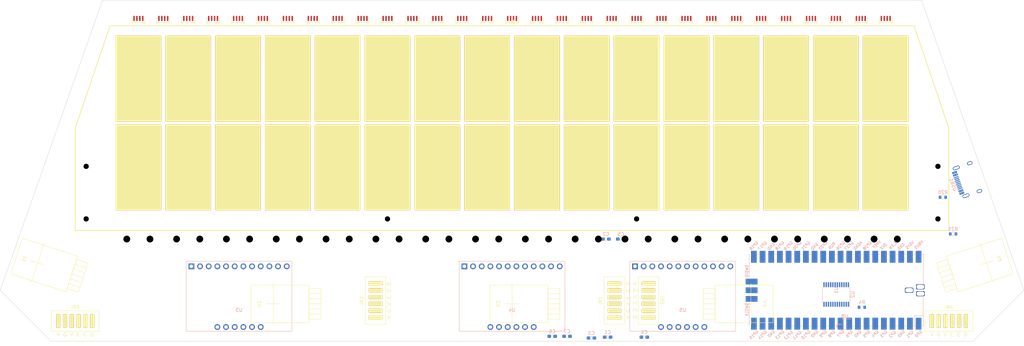
<source format=kicad_pcb>
(kicad_pcb (version 20211014) (generator pcbnew)
  (title_block (title "Chu Pico Main"))
  (layers (0 "F.Cu" signal) (31 "B.Cu" signal) (34 "B.Paste" user) (35 "F.Paste" user) (36 "B.SilkS" user "B.Silkscreen") (37 "F.SilkS" user "F.Silkscreen") (38 "B.Mask" user) (39 "F.Mask" user) (44 "Edge.Cuts" user))
  (net 0 "")
  (net 1 "GND")
  (net 2 "+5V")
  (net 3 "+3V3")
  (net 4 "Net-(R20-Pad1)")
  (net 5 "Net-(R21-Pad1)")
  (net 7 "Net-(U1-PadTP2)")
  (net 8 "Net-(U1-PadTP3)")
  (net 21 "Net-(R4-Pad2)")
  (net 23 "/SCL")
  (net 24 "/SDA")
  (net 26 "/B0")
  (net 48 "Net-(D1-PadI)")
  (net 49 "Net-(K25-Pad1)")
  (net 50 "Net-(K26-Pad1)")
  (net 51 "Net-(K27-Pad1)")
  (net 52 "Net-(K28-Pad1)")
  (net 53 "Net-(K29-Pad1)")
  (net 54 "Net-(K30-Pad1)")
  (net 55 "Net-(K31-Pad1)")
  (net 56 "Net-(K32-Pad1)")
  (net 62 "Net-(K1-Pad1)")
  (net 63 "Net-(K2-Pad1)")
  (net 64 "Net-(K3-Pad1)")
  (net 65 "Net-(K4-Pad1)")
  (net 66 "Net-(K5-Pad1)")
  (net 67 "Net-(K6-Pad1)")
  (net 68 "Net-(K7-Pad1)")
  (net 69 "Net-(K8-Pad1)")
  (net 70 "Net-(K9-Pad1)")
  (net 71 "Net-(K10-Pad1)")
  (net 72 "Net-(K11-Pad1)")
  (net 73 "Net-(K12-Pad1)")
  (net 74 "Net-(K13-Pad1)")
  (net 75 "Net-(K14-Pad1)")
  (net 76 "Net-(K15-Pad1)")
  (net 77 "Net-(K16-Pad1)")
  (net 78 "Net-(K17-Pad1)")
  (net 79 "Net-(K18-Pad1)")
  (net 80 "Net-(K19-Pad1)")
  (net 81 "Net-(K20-Pad1)")
  (net 82 "Net-(K21-Pad1)")
  (net 83 "Net-(K22-Pad1)")
  (net 84 "Net-(K23-Pad1)")
  (net 85 "Net-(K24-Pad1)")
  (net 96 "Net-(IR1-Pad5)")
  (net 97 "Net-(IR1-Pad6)")
  (net 98 "Net-(IR2-Pad5)")
  (net 99 "Net-(IR2-Pad6)")
  (net 100 "Net-(IR3-Pad5)")
  (net 101 "Net-(IR3-Pad6)")
  (net 102 "Net-(IR5-Pad5)")
  (net 103 "Net-(IR5-Pad6)")
  (net 106 "Net-(IR4-Pad5)")
  (net 107 "Net-(IR4-Pad6)")
  (footprint "chu_main:WS2812B-4020" (layer "F.Cu") (at 309.096 63.074 180)
    (fp_text reference "D29")
    (fp_text value "WS2812B_Unified")
    (pad "1" smd roundrect (at 1.275 0.65 180) (size 0.44 1.5) (layers "F.Cu" "F.Paste" "F.Mask"))
    (pad "2" smd roundrect (at 0.425 0.65 180) (size 0.44 1.5) (layers "F.Cu" "F.Paste" "F.Mask"))
    (pad "3" smd roundrect (at -0.425 0.65 180) (size 0.44 1.5) (layers "F.Cu" "F.Paste" "F.Mask"))
    (pad "4" smd roundrect (at -1.275 0.65 180) (size 0.44 1.5) (layers "F.Cu" "F.Paste" "F.Mask"))
  )
  (footprint "chu_main:ChuKeyScrews" (layer "F.Cu") (at 323.696 106.074 180)
    (fp_text reference "K32" hide)
    (fp_text value "Conn_01x01_Female" hide)
    (pad "" np_thru_hole oval (at -3.4 -21 180) (size 2 2) (drill 2.1) (layers *.Mask))
    (pad "" np_thru_hole oval (at 3.4 -21 180) (size 2 2) (drill 2.1) (layers *.Mask))
    (pad "1" smd roundrect (at 0 0 180) (size 13.4 25.2) (layers "F.Cu" "F.SilkS") (roundrect_rratio 0.01923076923) (net 56 "Net-(K32-Pad1)"))
  )
  (footprint "chu_main:WS2812B-4020" (layer "F.Cu") (at 192.296 63.074 180)
    (fp_text reference "D13")
    (fp_text value "WS2812B_Unified")
    (pad "1" smd roundrect (at 1.275 0.65 180) (size 0.44 1.5) (layers "F.Cu" "F.Paste" "F.Mask"))
    (pad "2" smd roundrect (at 0.425 0.65 180) (size 0.44 1.5) (layers "F.Cu" "F.Paste" "F.Mask"))
    (pad "3" smd roundrect (at -0.425 0.65 180) (size 0.44 1.5) (layers "F.Cu" "F.Paste" "F.Mask"))
    (pad "4" smd roundrect (at -1.275 0.65 180) (size 0.44 1.5) (layers "F.Cu" "F.Paste" "F.Mask"))
  )
  (footprint "chu_main:GP2Y0E03_REAL" (layer "F.Cu") (at 144.196 146.074 90)
    (fp_text reference "X2" (at 0 -4 90 unlocked) (layer "F.SilkS"))
    (fp_text value "GP2Y0E03_REAL" hide)
  )
  (footprint "chu_main:GP2Y0E03" (layer "F.Cu") (at 342.196 151.074)
    (fp_text reference "IR4" (at 0 -4 unlocked) (layer "F.SilkS"))
    (fp_text value "Conn_01x06" hide)
    (fp_text user "V G V E C D" (at 0 4 unlocked) (layer "F.SilkS") (effects (font (size 1 1.16))))
    (pad "1" smd roundrect (at -5 0) (size 1.2 4) (layers "F.Cu" "F.SilkS") (roundrect_rratio 0.1666666667) (net 3 "+3V3"))
    (pad "2" smd roundrect (at -3 0) (size 1.2 4) (layers "F.Cu" "F.SilkS") (roundrect_rratio 0.1666666667) (net 1 "GND"))
    (pad "3" smd roundrect (at -1 0) (size 1.2 4) (layers "F.Cu" "F.SilkS") (roundrect_rratio 0.1666666667) (net 3 "+3V3"))
    (pad "4" smd roundrect (at 1 0) (size 1.2 4) (layers "F.Cu" "F.SilkS") (roundrect_rratio 0.1666666667) (net 3 "+3V3"))
    (pad "5" smd roundrect (at 3 0) (size 1.2 4) (layers "F.Cu" "F.SilkS") (roundrect_rratio 0.1666666667) (net 106 "Net-(IR4-Pad5)"))
    (pad "6" smd roundrect (at 5 0) (size 1.2 4) (layers "F.Cu" "F.SilkS") (roundrect_rratio 0.1666666667) (net 107 "Net-(IR4-Pad6)"))
  )
  (footprint "chu_main:WS2812B-4020" (layer "F.Cu") (at 257.996 63.074 180)
    (fp_text reference "D22")
    (fp_text value "WS2812B_Unified")
    (pad "1" smd roundrect (at 1.275 0.65 180) (size 0.44 1.5) (layers "F.Cu" "F.Paste" "F.Mask"))
    (pad "2" smd roundrect (at 0.425 0.65 180) (size 0.44 1.5) (layers "F.Cu" "F.Paste" "F.Mask"))
    (pad "3" smd roundrect (at -0.425 0.65 180) (size 0.44 1.5) (layers "F.Cu" "F.Paste" "F.Mask"))
    (pad "4" smd roundrect (at -1.275 0.65 180) (size 0.44 1.5) (layers "F.Cu" "F.Paste" "F.Mask"))
  )
  (footprint "chu_main:WS2812B-4020" (layer "F.Cu") (at 104.696 63.074 180)
    (fp_text reference "D1")
    (fp_text value "WS2812B_Unified")
    (pad "1" smd roundrect (at 1.275 0.65 180) (size 0.44 1.5) (layers "F.Cu" "F.Paste" "F.Mask"))
    (pad "2" smd roundrect (at 0.425 0.65 180) (size 0.44 1.5) (layers "F.Cu" "F.Paste" "F.Mask"))
    (pad "3" smd roundrect (at -0.425 0.65 180) (size 0.44 1.5) (layers "F.Cu" "F.Paste" "F.Mask"))
    (pad "4" smd roundrect (at -1.275 0.65 180) (size 0.44 1.5) (layers "F.Cu" "F.Paste" "F.Mask"))
  )
  (footprint "chu_main:ChuKeyScrews" (layer "F.Cu") (at 163.096 106.074 180)
    (fp_text reference "K10" hide)
    (fp_text value "Conn_01x01_Female" hide)
    (pad "" np_thru_hole oval (at 3.4 -21 180) (size 2 2) (drill 2.1) (layers *.Mask))
    (pad "" np_thru_hole oval (at -3.4 -21 180) (size 2 2) (drill 2.1) (layers *.Mask))
    (pad "1" smd roundrect (at 0 0 180) (size 13.4 25.2) (layers "F.Cu" "F.SilkS") (roundrect_rratio 0.01923076923) (net 71 "Net-(K10-Pad1)"))
  )
  (footprint "chu_main:ChuKey" (layer "F.Cu") (at 119.296 80.074)
    (fp_text reference "K3" hide)
    (fp_text value "Conn_01x01_Female" hide)
    (pad "1" smd roundrect (at 0 0) (size 13.4 25.2) (layers "F.Cu" "F.SilkS") (roundrect_rratio 0.01923076923) (net 64 "Net-(K3-Pad1)"))
  )
  (footprint "chu_main:WS2812B-4020" (layer "F.Cu") (at 279.896 63.074 180)
    (fp_text reference "D25")
    (fp_text value "WS2812B_Unified")
    (pad "1" smd roundrect (at 1.275 0.65 180) (size 0.44 1.5) (layers "F.Cu" "F.Paste" "F.Mask"))
    (pad "2" smd roundrect (at 0.425 0.65 180) (size 0.44 1.5) (layers "F.Cu" "F.Paste" "F.Mask"))
    (pad "3" smd roundrect (at -0.425 0.65 180) (size 0.44 1.5) (layers "F.Cu" "F.Paste" "F.Mask"))
    (pad "4" smd roundrect (at -1.275 0.65 180) (size 0.44 1.5) (layers "F.Cu" "F.Paste" "F.Mask"))
  )
  (footprint "chu_main:WS2812B-4020" (layer "F.Cu") (at 287.196 63.074 180)
    (fp_text reference "D26")
    (fp_text value "WS2812B_Unified")
    (pad "1" smd roundrect (at 1.275 0.65 180) (size 0.44 1.5) (layers "F.Cu" "F.Paste" "F.Mask"))
    (pad "2" smd roundrect (at 0.425 0.65 180) (size 0.44 1.5) (layers "F.Cu" "F.Paste" "F.Mask"))
    (pad "3" smd roundrect (at -0.425 0.65 180) (size 0.44 1.5) (layers "F.Cu" "F.Paste" "F.Mask"))
    (pad "4" smd roundrect (at -1.275 0.65 180) (size 0.44 1.5) (layers "F.Cu" "F.Paste" "F.Mask"))
  )
  (footprint "chu_main:WS2812B-4020" (layer "F.Cu") (at 111.996 63.074 180)
    (fp_text reference "D2")
    (fp_text value "WS2812B_Unified")
    (pad "1" smd roundrect (at 1.275 0.65 180) (size 0.44 1.5) (layers "F.Cu" "F.Paste" "F.Mask"))
    (pad "2" smd roundrect (at 0.425 0.65 180) (size 0.44 1.5) (layers "F.Cu" "F.Paste" "F.Mask"))
    (pad "3" smd roundrect (at -0.425 0.65 180) (size 0.44 1.5) (layers "F.Cu" "F.Paste" "F.Mask"))
    (pad "4" smd roundrect (at -1.275 0.65 180) (size 0.44 1.5) (layers "F.Cu" "F.Paste" "F.Mask"))
  )
  (footprint "chu_main:WS2812B-4020" (layer "F.Cu") (at 199.596 63.074 180)
    (fp_text reference "D14")
    (fp_text value "WS2812B_Unified")
    (pad "1" smd roundrect (at 1.275 0.65 180) (size 0.44 1.5) (layers "F.Cu" "F.Paste" "F.Mask"))
    (pad "2" smd roundrect (at 0.425 0.65 180) (size 0.44 1.5) (layers "F.Cu" "F.Paste" "F.Mask"))
    (pad "3" smd roundrect (at -0.425 0.65 180) (size 0.44 1.5) (layers "F.Cu" "F.Paste" "F.Mask"))
    (pad "4" smd roundrect (at -1.275 0.65 180) (size 0.44 1.5) (layers "F.Cu" "F.Paste" "F.Mask"))
  )
  (footprint "chu_main:ChuKey" (layer "F.Cu") (at 265.296 80.074)
    (fp_text reference "K23" hide)
    (fp_text value "Conn_01x01_Female" hide)
    (pad "1" smd roundrect (at 0 0) (size 13.4 25.2) (layers "F.Cu" "F.SilkS") (roundrect_rratio 0.01923076923) (net 84 "Net-(K23-Pad1)"))
  )
  (footprint "chu_main:ChuKey" (layer "F.Cu") (at 192.296 80.074)
    (fp_text reference "K13" hide)
    (fp_text value "Conn_01x01_Female" hide)
    (pad "1" smd roundrect (at 0 0) (size 13.4 25.2) (layers "F.Cu" "F.SilkS") (roundrect_rratio 0.01923076923) (net 74 "Net-(K13-Pad1)"))
  )
  (footprint "chu_main:WS2812B-4020" (layer "F.Cu") (at 272.596 63.074 180)
    (fp_text reference "D24")
    (fp_text value "WS2812B_Unified")
    (pad "1" smd roundrect (at 1.275 0.65 180) (size 0.44 1.5) (layers "F.Cu" "F.Paste" "F.Mask"))
    (pad "2" smd roundrect (at 0.425 0.65 180) (size 0.44 1.5) (layers "F.Cu" "F.Paste" "F.Mask"))
    (pad "3" smd roundrect (at -0.425 0.65 180) (size 0.44 1.5) (layers "F.Cu" "F.Paste" "F.Mask"))
    (pad "4" smd roundrect (at -1.275 0.65 180) (size 0.44 1.5) (layers "F.Cu" "F.Paste" "F.Mask"))
  )
  (footprint "chu_main:ChuKey" (layer "F.Cu") (at 104.696 80.074)
    (fp_text reference "K1" hide)
    (fp_text value "Conn_01x01_Female" hide)
    (pad "1" smd roundrect (at 0 0) (size 13.4 25.2) (layers "F.Cu" "F.SilkS") (roundrect_rratio 0.01923076923) (net 62 "Net-(K1-Pad1)"))
  )
  (footprint "chu_main:ChuKeyScrews" (layer "F.Cu") (at 148.496 106.074 180)
    (fp_text reference "K8" hide)
    (fp_text value "Conn_01x01_Female" hide)
    (pad "" np_thru_hole oval (at -3.4 -21 180) (size 2 2) (drill 2.1) (layers *.Mask))
    (pad "" np_thru_hole oval (at 3.4 -21 180) (size 2 2) (drill 2.1) (layers *.Mask))
    (pad "1" smd roundrect (at 0 0 180) (size 13.4 25.2) (layers "F.Cu" "F.SilkS") (roundrect_rratio 0.01923076923) (net 69 "Net-(K8-Pad1)"))
  )
  (footprint "chu_main:WS2812B-4020" (layer "F.Cu") (at 206.896 63.074 180)
    (fp_text reference "D15")
    (fp_text value "WS2812B_Unified")
    (pad "1" smd roundrect (at 1.275 0.65 180) (size 0.44 1.5) (layers "F.Cu" "F.Paste" "F.Mask"))
    (pad "2" smd roundrect (at 0.425 0.65 180) (size 0.44 1.5) (layers "F.Cu" "F.Paste" "F.Mask"))
    (pad "3" smd roundrect (at -0.425 0.65 180) (size 0.44 1.5) (layers "F.Cu" "F.Paste" "F.Mask"))
    (pad "4" smd roundrect (at -1.275 0.65 180) (size 0.44 1.5) (layers "F.Cu" "F.Paste" "F.Mask"))
  )
  (footprint "chu_main:WS2812B-4020" (layer "F.Cu") (at 163.096 63.074 180)
    (fp_text reference "D9")
    (fp_text value "WS2812B_Unified")
    (pad "1" smd roundrect (at 1.275 0.65 180) (size 0.44 1.5) (layers "F.Cu" "F.Paste" "F.Mask"))
    (pad "2" smd roundrect (at 0.425 0.65 180) (size 0.44 1.5) (layers "F.Cu" "F.Paste" "F.Mask"))
    (pad "3" smd roundrect (at -0.425 0.65 180) (size 0.44 1.5) (layers "F.Cu" "F.Paste" "F.Mask"))
    (pad "4" smd roundrect (at -1.275 0.65 180) (size 0.44 1.5) (layers "F.Cu" "F.Paste" "F.Mask"))
  )
  (footprint "chu_main:ChuKeyScrews" (layer "F.Cu") (at 104.696 106.074 180)
    (fp_text reference "K2" hide)
    (fp_text value "Conn_01x01_Female" hide)
    (pad "" np_thru_hole oval (at -3.4 -21 180) (size 2 2) (drill 2.1) (layers *.Mask))
    (pad "" np_thru_hole oval (at 3.4 -21 180) (size 2 2) (drill 2.1) (layers *.Mask))
    (pad "1" smd roundrect (at 0 0 180) (size 13.4 25.2) (layers "F.Cu" "F.SilkS") (roundrect_rratio 0.01923076923) (net 63 "Net-(K2-Pad1)"))
  )
  (footprint "chu_main:WS2812B-4020" (layer "F.Cu") (at 236.096 63.074 180)
    (fp_text reference "D19")
    (fp_text value "WS2812B_Unified")
    (pad "1" smd roundrect (at 1.275 0.65 180) (size 0.44 1.5) (layers "F.Cu" "F.Paste" "F.Mask"))
    (pad "2" smd roundrect (at 0.425 0.65 180) (size 0.44 1.5) (layers "F.Cu" "F.Paste" "F.Mask"))
    (pad "3" smd roundrect (at -0.425 0.65 180) (size 0.44 1.5) (layers "F.Cu" "F.Paste" "F.Mask"))
    (pad "4" smd roundrect (at -1.275 0.65 180) (size 0.44 1.5) (layers "F.Cu" "F.Paste" "F.Mask"))
  )
  (footprint "chu_main:WS2812B-4020" (layer "F.Cu") (at 126.596 63.074 180)
    (fp_text reference "D4")
    (fp_text value "WS2812B_Unified")
    (pad "1" smd roundrect (at 1.275 0.65 180) (size 0.44 1.5) (layers "F.Cu" "F.Paste" "F.Mask"))
    (pad "2" smd roundrect (at 0.425 0.65 180) (size 0.44 1.5) (layers "F.Cu" "F.Paste" "F.Mask"))
    (pad "3" smd roundrect (at -0.425 0.65 180) (size 0.44 1.5) (layers "F.Cu" "F.Paste" "F.Mask"))
    (pad "4" smd roundrect (at -1.275 0.65 180) (size 0.44 1.5) (layers "F.Cu" "F.Paste" "F.Mask"))
  )
  (footprint "chu_main:ChuKey" (layer "F.Cu") (at 163.096 80.074)
    (fp_text reference "K9" hide)
    (fp_text value "Conn_01x01_Female" hide)
    (pad "1" smd roundrect (at 0 0) (size 13.4 25.2) (layers "F.Cu" "F.SilkS") (roundrect_rratio 0.01923076923) (net 70 "Net-(K9-Pad1)"))
  )
  (footprint "chu_main:GP2Y0E03" (layer "F.Cu") (at 86.196 151.074)
    (fp_text reference "IR3" (at 0 -4 unlocked) (layer "F.SilkS"))
    (fp_text value "Conn_01x06" hide)
    (fp_text user "V G V E C D" (at 0 4 unlocked) (layer "F.SilkS") (effects (font (size 1 1.16))))
    (pad "1" smd roundrect (at -5 0) (size 1.2 4) (layers "F.Cu" "F.SilkS") (roundrect_rratio 0.1666666667) (net 3 "+3V3"))
    (pad "2" smd roundrect (at -3 0) (size 1.2 4) (layers "F.Cu" "F.SilkS") (roundrect_rratio 0.1666666667) (net 1 "GND"))
    (pad "3" smd roundrect (at -1 0) (size 1.2 4) (layers "F.Cu" "F.SilkS") (roundrect_rratio 0.1666666667) (net 3 "+3V3"))
    (pad "4" smd roundrect (at 1 0) (size 1.2 4) (layers "F.Cu" "F.SilkS") (roundrect_rratio 0.1666666667) (net 3 "+3V3"))
    (pad "5" smd roundrect (at 3 0) (size 1.2 4) (layers "F.Cu" "F.SilkS") (roundrect_rratio 0.1666666667) (net 100 "Net-(IR3-Pad5)"))
    (pad "6" smd roundrect (at 5 0) (size 1.2 4) (layers "F.Cu" "F.SilkS") (roundrect_rratio 0.1666666667) (net 101 "Net-(IR3-Pad6)"))
  )
  (footprint "chu_main:WS2812B-4020" (layer "F.Cu") (at 148.496 63.074 180)
    (fp_text reference "D7")
    (fp_text value "WS2812B_Unified")
    (pad "1" smd roundrect (at 1.275 0.65 180) (size 0.44 1.5) (layers "F.Cu" "F.Paste" "F.Mask"))
    (pad "2" smd roundrect (at 0.425 0.65 180) (size 0.44 1.5) (layers "F.Cu" "F.Paste" "F.Mask"))
    (pad "3" smd roundrect (at -0.425 0.65 180) (size 0.44 1.5) (layers "F.Cu" "F.Paste" "F.Mask"))
    (pad "4" smd roundrect (at -1.275 0.65 180) (size 0.44 1.5) (layers "F.Cu" "F.Paste" "F.Mask"))
  )
  (footprint "chu_main:ChuKey" (layer "F.Cu") (at 279.896 80.074)
    (fp_text reference "K25" hide)
    (fp_text value "Conn_01x01_Female" hide)
    (pad "1" smd roundrect (at 0 0) (size 13.4 25.2) (layers "F.Cu" "F.SilkS") (roundrect_rratio 0.01923076923) (net 49 "Net-(K25-Pad1)"))
  )
  (footprint "chu_main:WS2812B-4020" (layer "F.Cu") (at 228.796 63.074 180)
    (fp_text reference "D18")
    (fp_text value "WS2812B_Unified")
    (pad "1" smd roundrect (at 1.275 0.65 180) (size 0.44 1.5) (layers "F.Cu" "F.Paste" "F.Mask"))
    (pad "2" smd roundrect (at 0.425 0.65 180) (size 0.44 1.5) (layers "F.Cu" "F.Paste" "F.Mask"))
    (pad "3" smd roundrect (at -0.425 0.65 180) (size 0.44 1.5) (layers "F.Cu" "F.Paste" "F.Mask"))
    (pad "4" smd roundrect (at -1.275 0.65 180) (size 0.44 1.5) (layers "F.Cu" "F.Paste" "F.Mask"))
  )
  (footprint "chu_main:ChuKeyScrews" (layer "F.Cu") (at 309.096 106.074 180)
    (fp_text reference "K30" hide)
    (fp_text value "Conn_01x01_Female" hide)
    (pad "" np_thru_hole oval (at 3.4 -21 180) (size 2 2) (drill 2.1) (layers *.Mask))
    (pad "" np_thru_hole oval (at -3.4 -21 180) (size 2 2) (drill 2.1) (layers *.Mask))
    (pad "1" smd roundrect (at 0 0 180) (size 13.4 25.2) (layers "F.Cu" "F.SilkS") (roundrect_rratio 0.01923076923) (net 54 "Net-(K30-Pad1)"))
  )
  (footprint "chu_main:ChuAcrylic" (layer "F.Cu") (at 214.196 94.574)
    (fp_text reference "U0" (at 0 -31 unlocked) (layer "F.SilkS"))
    (fp_text value "ChuAcrylic")
    (pad "" np_thru_hole circle (at -124.8 26.6) (size 1.524 1.524) (drill 2.2) (layers *.Mask))
    (pad "" np_thru_hole circle (at 124.8 11.2) (size 1.524 1.524) (drill 2.2) (layers *.Mask))
    (pad "" np_thru_hole circle (at -124.8 11.2) (size 1.524 1.524) (drill 2.2) (layers *.Mask))
    (pad "" np_thru_hole circle (at 36.5 26.6) (size 1.524 1.524) (drill 2.2) (layers *.Mask))
    (pad "" np_thru_hole circle (at -36.5 26.6) (size 1.524 1.524) (drill 2.2) (layers *.Mask))
    (pad "" np_thru_hole circle (at 124.8 26.6) (size 1.524 1.524) (drill 2.2) (layers *.Mask))
  )
  (footprint "chu_main:WS2812B-4020" (layer "F.Cu") (at 243.396 63.074 180)
    (fp_text reference "D20")
    (fp_text value "WS2812B_Unified")
    (pad "1" smd roundrect (at 1.275 0.65 180) (size 0.44 1.5) (layers "F.Cu" "F.Paste" "F.Mask"))
    (pad "2" smd roundrect (at 0.425 0.65 180) (size 0.44 1.5) (layers "F.Cu" "F.Paste" "F.Mask"))
    (pad "3" smd roundrect (at -0.425 0.65 180) (size 0.44 1.5) (layers "F.Cu" "F.Paste" "F.Mask"))
    (pad "4" smd roundrect (at -1.275 0.65 180) (size 0.44 1.5) (layers "F.Cu" "F.Paste" "F.Mask"))
  )
  (footprint "chu_main:ChuKey" (layer "F.Cu") (at 250.696 80.074)
    (fp_text reference "K21" hide)
    (fp_text value "Conn_01x01_Female" hide)
    (pad "1" smd roundrect (at 0 0) (size 13.4 25.2) (layers "F.Cu" "F.SilkS") (roundrect_rratio 0.01923076923) (net 82 "Net-(K21-Pad1)"))
  )
  (footprint "chu_main:ChuKeyScrews" (layer "F.Cu") (at 119.296 106.074 180)
    (fp_text reference "K4" hide)
    (fp_text value "Conn_01x01_Female" hide)
    (pad "" np_thru_hole oval (at 3.4 -21 180) (size 2 2) (drill 2.1) (layers *.Mask))
    (pad "" np_thru_hole oval (at -3.4 -21 180) (size 2 2) (drill 2.1) (layers *.Mask))
    (pad "1" smd roundrect (at 0 0 180) (size 13.4 25.2) (layers "F.Cu" "F.SilkS") (roundrect_rratio 0.01923076923) (net 65 "Net-(K4-Pad1)"))
  )
  (footprint "chu_main:ChuKey" (layer "F.Cu") (at 148.496 80.074)
    (fp_text reference "K7" hide)
    (fp_text value "Conn_01x01_Female" hide)
    (pad "1" smd roundrect (at 0 0) (size 13.4 25.2) (layers "F.Cu" "F.SilkS") (roundrect_rratio 0.01923076923) (net 68 "Net-(K7-Pad1)"))
  )
  (footprint "chu_main:ChuKeyScrews" (layer "F.Cu") (at 206.896 106.074 180)
    (fp_text reference "K16" hide)
    (fp_text value "Conn_01x01_Female" hide)
    (pad "" np_thru_hole oval (at -3.4 -21 180) (size 2 2) (drill 2.1) (layers *.Mask))
    (pad "" np_thru_hole oval (at 3.4 -21 180) (size 2 2) (drill 2.1) (layers *.Mask))
    (pad "1" smd roundrect (at 0 0 180) (size 13.4 25.2) (layers "F.Cu" "F.SilkS") (roundrect_rratio 0.01923076923) (net 77 "Net-(K16-Pad1)"))
  )
  (footprint "chu_main:WS2812B-4020" (layer "F.Cu") (at 155.796 63.074 180)
    (fp_text reference "D8")
    (fp_text value "WS2812B_Unified")
    (pad "1" smd roundrect (at 1.275 0.65 180) (size 0.44 1.5) (layers "F.Cu" "F.Paste" "F.Mask"))
    (pad "2" smd roundrect (at 0.425 0.65 180) (size 0.44 1.5) (layers "F.Cu" "F.Paste" "F.Mask"))
    (pad "3" smd roundrect (at -0.425 0.65 180) (size 0.44 1.5) (layers "F.Cu" "F.Paste" "F.Mask"))
    (pad "4" smd roundrect (at -1.275 0.65 180) (size 0.44 1.5) (layers "F.Cu" "F.Paste" "F.Mask"))
  )
  (footprint "chu_main:GP2Y0E03_REAL" (layer "F.Cu") (at 353.196 134.074 -72)
    (fp_text reference "X5" (at 0 -4 -72 unlocked) (layer "F.SilkS"))
    (fp_text value "GP2Y0E03_REAL" hide)
  )
  (footprint "chu_main:WS2812B-4020" (layer "F.Cu") (at 301.796 63.074 180)
    (fp_text reference "D28")
    (fp_text value "WS2812B_Unified")
    (pad "1" smd roundrect (at 1.275 0.65 180) (size 0.44 1.5) (layers "F.Cu" "F.Paste" "F.Mask"))
    (pad "2" smd roundrect (at 0.425 0.65 180) (size 0.44 1.5) (layers "F.Cu" "F.Paste" "F.Mask"))
    (pad "3" smd roundrect (at -0.425 0.65 180) (size 0.44 1.5) (layers "F.Cu" "F.Paste" "F.Mask"))
    (pad "4" smd roundrect (at -1.275 0.65 180) (size 0.44 1.5) (layers "F.Cu" "F.Paste" "F.Mask"))
  )
  (footprint "chu_main:ChuKeyScrews" (layer "F.Cu") (at 265.296 106.074 180)
    (fp_text reference "K24" hide)
    (fp_text value "Conn_01x01_Female" hide)
    (pad "" np_thru_hole oval (at -3.4 -21 180) (size 2 2) (drill 2.1) (layers *.Mask))
    (pad "" np_thru_hole oval (at 3.4 -21 180) (size 2 2) (drill 2.1) (layers *.Mask))
    (pad "1" smd roundrect (at 0 0 180) (size 13.4 25.2) (layers "F.Cu" "F.SilkS") (roundrect_rratio 0.01923076923) (net 85 "Net-(K24-Pad1)"))
  )
  (footprint "chu_main:ChuKeyScrews" (layer "F.Cu") (at 221.496 106.074 180)
    (fp_text reference "K18" hide)
    (fp_text value "Conn_01x01_Female" hide)
    (pad "" np_thru_hole oval (at 3.4 -21 180) (size 2 2) (drill 2.1) (layers *.Mask))
    (pad "" np_thru_hole oval (at -3.4 -21 180) (size 2 2) (drill 2.1) (layers *.Mask))
    (pad "1" smd roundrect (at 0 0 180) (size 13.4 25.2) (layers "F.Cu" "F.SilkS") (roundrect_rratio 0.01923076923) (net 79 "Net-(K18-Pad1)"))
  )
  (footprint "chu_main:ChuKeyScrews" (layer "F.Cu") (at 133.896 106.074 180)
    (fp_text reference "K6" hide)
    (fp_text value "Conn_01x01_Female" hide)
    (pad "" np_thru_hole oval (at -3.4 -21 180) (size 2 2) (drill 2.1) (layers *.Mask))
    (pad "" np_thru_hole oval (at 3.4 -21 180) (size 2 2) (drill 2.1) (layers *.Mask))
    (pad "1" smd roundrect (at 0 0 180) (size 13.4 25.2) (layers "F.Cu" "F.SilkS") (roundrect_rratio 0.01923076923) (net 67 "Net-(K6-Pad1)"))
  )
  (footprint "chu_main:WS2812B-4020" (layer "F.Cu") (at 214.196 63.074 180)
    (fp_text reference "D16")
    (fp_text value "WS2812B_Unified")
    (pad "1" smd roundrect (at 1.275 0.65 180) (size 0.44 1.5) (layers "F.Cu" "F.Paste" "F.Mask"))
    (pad "2" smd roundrect (at 0.425 0.65 180) (size 0.44 1.5) (layers "F.Cu" "F.Paste" "F.Mask"))
    (pad "3" smd roundrect (at -0.425 0.65 180) (size 0.44 1.5) (layers "F.Cu" "F.Paste" "F.Mask"))
    (pad "4" smd roundrect (at -1.275 0.65 180) (size 0.44 1.5) (layers "F.Cu" "F.Paste" "F.Mask"))
  )
  (footprint "chu_main:WS2812B-4020" (layer "F.Cu") (at 133.896 63.074 180)
    (fp_text reference "D5")
    (fp_text value "WS2812B_Unified")
    (pad "1" smd roundrect (at 1.275 0.65 180) (size 0.44 1.5) (layers "F.Cu" "F.Paste" "F.Mask"))
    (pad "2" smd roundrect (at 0.425 0.65 180) (size 0.44 1.5) (layers "F.Cu" "F.Paste" "F.Mask"))
    (pad "3" smd roundrect (at -0.425 0.65 180) (size 0.44 1.5) (layers "F.Cu" "F.Paste" "F.Mask"))
    (pad "4" smd roundrect (at -1.275 0.65 180) (size 0.44 1.5) (layers "F.Cu" "F.Paste" "F.Mask"))
  )
  (footprint "chu_main:WS2812B-4020" (layer "F.Cu") (at 184.996 63.074 180)
    (fp_text reference "D12")
    (fp_text value "WS2812B_Unified")
    (pad "1" smd roundrect (at 1.275 0.65 180) (size 0.44 1.5) (layers "F.Cu" "F.Paste" "F.Mask"))
    (pad "2" smd roundrect (at 0.425 0.65 180) (size 0.44 1.5) (layers "F.Cu" "F.Paste" "F.Mask"))
    (pad "3" smd roundrect (at -0.425 0.65 180) (size 0.44 1.5) (layers "F.Cu" "F.Paste" "F.Mask"))
    (pad "4" smd roundrect (at -1.275 0.65 180) (size 0.44 1.5) (layers "F.Cu" "F.Paste" "F.Mask"))
  )
  (footprint "chu_main:ChuKey" (layer "F.Cu") (at 206.896 80.074)
    (fp_text reference "K15" hide)
    (fp_text value "Conn_01x01_Female" hide)
    (pad "1" smd roundrect (at 0 0) (size 13.4 25.2) (layers "F.Cu" "F.SilkS") (roundrect_rratio 0.01923076923) (net 76 "Net-(K15-Pad1)"))
  )
  (footprint "chu_main:MountingHole_3.2mm_M3" (layer "F.Cu") (at 354.196 144.074)
    (fp_text reference "SCR4" hide)
    (fp_text value "ScrewHole")
    (pad "" np_thru_hole circle (at 0 0) (size 3.2 3.2) (drill 3.2) (layers *.Cu *.Mask))
  )
  (footprint "chu_main:ChuKeyScrews" (layer "F.Cu") (at 236.096 106.074 180)
    (fp_text reference "K20" hide)
    (fp_text value "Conn_01x01_Female" hide)
    (pad "" np_thru_hole oval (at 3.4 -21 180) (size 2 2) (drill 2.1) (layers *.Mask))
    (pad "" np_thru_hole oval (at -3.4 -21 180) (size 2 2) (drill 2.1) (layers *.Mask))
    (pad "1" smd roundrect (at 0 0 180) (size 13.4 25.2) (layers "F.Cu" "F.SilkS") (roundrect_rratio 0.01923076923) (net 81 "Net-(K20-Pad1)"))
  )
  (footprint "chu_main:WS2812B-4020" (layer "F.Cu") (at 170.396 63.074 180)
    (fp_text reference "D10")
    (fp_text value "WS2812B_Unified")
    (pad "1" smd roundrect (at 1.275 0.65 180) (size 0.44 1.5) (layers "F.Cu" "F.Paste" "F.Mask"))
    (pad "2" smd roundrect (at 0.425 0.65 180) (size 0.44 1.5) (layers "F.Cu" "F.Paste" "F.Mask"))
    (pad "3" smd roundrect (at -0.425 0.65 180) (size 0.44 1.5) (layers "F.Cu" "F.Paste" "F.Mask"))
    (pad "4" smd roundrect (at -1.275 0.65 180) (size 0.44 1.5) (layers "F.Cu" "F.Paste" "F.Mask"))
  )
  (footprint "chu_main:GP2Y0E03" (layer "F.Cu") (at 254.196 145.074 -90)
    (fp_text reference "IR5" (at 0 -4 -90 unlocked) (layer "F.SilkS"))
    (fp_text value "Conn_01x06" hide)
    (fp_text user "V G V E C D" (at 0 4 -90 unlocked) (layer "F.SilkS") (effects (font (size 1 1.16))))
    (pad "1" smd roundrect (at -5 0 270) (size 1.2 4) (layers "F.Cu" "F.SilkS") (roundrect_rratio 0.1666666667) (net 3 "+3V3"))
    (pad "2" smd roundrect (at -3 0 270) (size 1.2 4) (layers "F.Cu" "F.SilkS") (roundrect_rratio 0.1666666667) (net 1 "GND"))
    (pad "3" smd roundrect (at -1 0 270) (size 1.2 4) (layers "F.Cu" "F.SilkS") (roundrect_rratio 0.1666666667) (net 3 "+3V3"))
    (pad "4" smd roundrect (at 1 0 270) (size 1.2 4) (layers "F.Cu" "F.SilkS") (roundrect_rratio 0.1666666667) (net 3 "+3V3"))
    (pad "5" smd roundrect (at 3 0 270) (size 1.2 4) (layers "F.Cu" "F.SilkS") (roundrect_rratio 0.1666666667) (net 102 "Net-(IR5-Pad5)"))
    (pad "6" smd roundrect (at 5 0 270) (size 1.2 4) (layers "F.Cu" "F.SilkS") (roundrect_rratio 0.1666666667) (net 103 "Net-(IR5-Pad6)"))
  )
  (footprint "chu_main:ChuKeyScrews" (layer "F.Cu") (at 250.696 106.074 180)
    (fp_text reference "K22" hide)
    (fp_text value "Conn_01x01_Female" hide)
    (pad "" np_thru_hole oval (at -3.4 -21 180) (size 2 2) (drill 2.1) (layers *.Mask))
    (pad "" np_thru_hole oval (at 3.4 -21 180) (size 2 2) (drill 2.1) (layers *.Mask))
    (pad "1" smd roundrect (at 0 0 180) (size 13.4 25.2) (layers "F.Cu" "F.SilkS") (roundrect_rratio 0.01923076923) (net 83 "Net-(K22-Pad1)"))
  )
  (footprint "chu_main:WS2812B-4020" (layer "F.Cu") (at 323.696 63.074 180)
    (fp_text reference "D31")
    (fp_text value "WS2812B_Unified")
    (pad "1" smd roundrect (at 1.275 0.65 180) (size 0.44 1.5) (layers "F.Cu" "F.Paste" "F.Mask"))
    (pad "2" smd roundrect (at 0.425 0.65 180) (size 0.44 1.5) (layers "F.Cu" "F.Paste" "F.Mask"))
    (pad "3" smd roundrect (at -0.425 0.65 180) (size 0.44 1.5) (layers "F.Cu" "F.Paste" "F.Mask"))
    (pad "4" smd roundrect (at -1.275 0.65 180) (size 0.44 1.5) (layers "F.Cu" "F.Paste" "F.Mask"))
  )
  (footprint "chu_main:ChuKey" (layer "F.Cu") (at 133.896 80.074)
    (fp_text reference "K5" hide)
    (fp_text value "Conn_01x01_Female" hide)
    (pad "1" smd roundrect (at 0 0) (size 13.4 25.2) (layers "F.Cu" "F.SilkS") (roundrect_rratio 0.01923076923) (net 66 "Net-(K5-Pad1)"))
  )
  (footprint "chu_main:WS2812B-4020" (layer "F.Cu") (at 250.696 63.074 180)
    (fp_text reference "D21")
    (fp_text value "WS2812B_Unified")
    (pad "1" smd roundrect (at 1.275 0.65 180) (size 0.44 1.5) (layers "F.Cu" "F.Paste" "F.Mask"))
    (pad "2" smd roundrect (at 0.425 0.65 180) (size 0.44 1.5) (layers "F.Cu" "F.Paste" "F.Mask"))
    (pad "3" smd roundrect (at -0.425 0.65 180) (size 0.44 1.5) (layers "F.Cu" "F.Paste" "F.Mask"))
    (pad "4" smd roundrect (at -1.275 0.65 180) (size 0.44 1.5) (layers "F.Cu" "F.Paste" "F.Mask"))
  )
  (footprint "chu_main:WS2812B-4020" (layer "F.Cu") (at 177.696 63.074 180)
    (fp_text reference "D11")
    (fp_text value "WS2812B_Unified")
    (pad "1" smd roundrect (at 1.275 0.65 180) (size 0.44 1.5) (layers "F.Cu" "F.Paste" "F.Mask"))
    (pad "2" smd roundrect (at 0.425 0.65 180) (size 0.44 1.5) (layers "F.Cu" "F.Paste" "F.Mask"))
    (pad "3" smd roundrect (at -0.425 0.65 180) (size 0.44 1.5) (layers "F.Cu" "F.Paste" "F.Mask"))
    (pad "4" smd roundrect (at -1.275 0.65 180) (size 0.44 1.5) (layers "F.Cu" "F.Paste" "F.Mask"))
  )
  (footprint "chu_main:MountingHole_3.2mm_M3" (layer "F.Cu") (at 74.196 144.074)
    (fp_text reference "SCR3" hide)
    (fp_text value "ScrewHole")
    (pad "" np_thru_hole circle (at 0 0) (size 3.2 3.2) (drill 3.2) (layers *.Cu *.Mask))
  )
  (footprint "chu_main:WS2812B-4020" (layer "F.Cu") (at 141.196 63.074 180)
    (fp_text reference "D6")
    (fp_text value "WS2812B_Unified")
    (pad "1" smd roundrect (at 1.275 0.65 180) (size 0.44 1.5) (layers "F.Cu" "F.Paste" "F.Mask"))
    (pad "2" smd roundrect (at 0.425 0.65 180) (size 0.44 1.5) (layers "F.Cu" "F.Paste" "F.Mask"))
    (pad "3" smd roundrect (at -0.425 0.65 180) (size 0.44 1.5) (layers "F.Cu" "F.Paste" "F.Mask"))
    (pad "4" smd roundrect (at -1.275 0.65 180) (size 0.44 1.5) (layers "F.Cu" "F.Paste" "F.Mask"))
  )
  (footprint "chu_main:ChuKeyScrews" (layer "F.Cu") (at 279.896 106.074 180)
    (fp_text reference "K26" hide)
    (fp_text value "Conn_01x01_Female" hide)
    (pad "" np_thru_hole oval (at -3.4 -21 180) (size 2 2) (drill 2.1) (layers *.Mask))
    (pad "" np_thru_hole oval (at 3.4 -21 180) (size 2 2) (drill 2.1) (layers *.Mask))
    (pad "1" smd roundrect (at 0 0 180) (size 13.4 25.2) (layers "F.Cu" "F.SilkS") (roundrect_rratio 0.01923076923) (net 50 "Net-(K26-Pad1)"))
  )
  (footprint "chu_main:GP2Y0E03" (layer "F.Cu") (at 244.196 145.074 90)
    (fp_text reference "IR1" (at 0 -4 90 unlocked) (layer "F.SilkS"))
    (fp_text value "Conn_01x06" hide)
    (fp_text user "V G V E C D" (at 0 4 90 unlocked) (layer "F.SilkS") (effects (font (size 1 1.16))))
    (pad "1" smd roundrect (at -5 0 90) (size 1.2 4) (layers "F.Cu" "F.SilkS") (roundrect_rratio 0.1666666667) (net 3 "+3V3"))
    (pad "2" smd roundrect (at -3 0 90) (size 1.2 4) (layers "F.Cu" "F.SilkS") (roundrect_rratio 0.1666666667) (net 1 "GND"))
    (pad "3" smd roundrect (at -1 0 90) (size 1.2 4) (layers "F.Cu" "F.SilkS") (roundrect_rratio 0.1666666667) (net 3 "+3V3"))
    (pad "4" smd roundrect (at 1 0 90) (size 1.2 4) (layers "F.Cu" "F.SilkS") (roundrect_rratio 0.1666666667) (net 3 "+3V3"))
    (pad "5" smd roundrect (at 3 0 90) (size 1.2 4) (layers "F.Cu" "F.SilkS") (roundrect_rratio 0.1666666667) (net 96 "Net-(IR1-Pad5)"))
    (pad "6" smd roundrect (at 5 0 90) (size 1.2 4) (layers "F.Cu" "F.SilkS") (roundrect_rratio 0.1666666667) (net 97 "Net-(IR1-Pad6)"))
  )
  (footprint "chu_main:ChuKey" (layer "F.Cu") (at 236.096 80.074)
    (fp_text reference "K19" hide)
    (fp_text value "Conn_01x01_Female" hide)
    (pad "1" smd roundrect (at 0 0) (size 13.4 25.2) (layers "F.Cu" "F.SilkS") (roundrect_rratio 0.01923076923) (net 80 "Net-(K19-Pad1)"))
  )
  (footprint "chu_main:ChuKeyScrews" (layer "F.Cu") (at 294.496 106.074 180)
    (fp_text reference "K28" hide)
    (fp_text value "Conn_01x01_Female" hide)
    (pad "" np_thru_hole oval (at 3.4 -21 180) (size 2 2) (drill 2.1) (layers *.Mask))
    (pad "" np_thru_hole oval (at -3.4 -21 180) (size 2 2) (drill 2.1) (layers *.Mask))
    (pad "1" smd roundrect (at 0 0 180) (size 13.4 25.2) (layers "F.Cu" "F.SilkS") (roundrect_rratio 0.01923076923) (net 52 "Net-(K28-Pad1)"))
  )
  (footprint "chu_main:ChuKey" (layer "F.Cu") (at 323.696 80.074)
    (fp_text reference "K31" hide)
    (fp_text value "Conn_01x01_Female" hide)
    (pad "1" smd roundrect (at 0 0) (size 13.4 25.2) (layers "F.Cu" "F.SilkS") (roundrect_rratio 0.01923076923) (net 55 "Net-(K31-Pad1)"))
  )
  (footprint "chu_main:WS2812B-4020" (layer "F.Cu") (at 265.296 63.074 180)
    (fp_text reference "D23")
    (fp_text value "WS2812B_Unified")
    (pad "1" smd roundrect (at 1.275 0.65 180) (size 0.44 1.5) (layers "F.Cu" "F.Paste" "F.Mask"))
    (pad "2" smd roundrect (at 0.425 0.65 180) (size 0.44 1.5) (layers "F.Cu" "F.Paste" "F.Mask"))
    (pad "3" smd roundrect (at -0.425 0.65 180) (size 0.44 1.5) (layers "F.Cu" "F.Paste" "F.Mask"))
    (pad "4" smd roundrect (at -1.275 0.65 180) (size 0.44 1.5) (layers "F.Cu" "F.Paste" "F.Mask"))
  )
  (footprint "chu_main:ChuKeyScrews" (layer "F.Cu") (at 192.296 106.074 180)
    (fp_text reference "K14" hide)
    (fp_text value "Conn_01x01_Female" hide)
    (pad "" np_thru_hole oval (at 3.4 -21 180) (size 2 2) (drill 2.1) (layers *.Mask))
    (pad "" np_thru_hole oval (at -3.4 -21 180) (size 2 2) (drill 2.1) (layers *.Mask))
    (pad "1" smd roundrect (at 0 0 180) (size 13.4 25.2) (layers "F.Cu" "F.SilkS") (roundrect_rratio 0.01923076923) (net 75 "Net-(K14-Pad1)"))
  )
  (footprint "chu_main:GP2Y0E03_REAL" (layer "F.Cu") (at 75.196 134.074 72)
    (fp_text reference "X1" (at 0 -4 72 unlocked) (layer "F.SilkS"))
    (fp_text value "GP2Y0E03_REAL" hide)
  )
  (footprint "chu_main:WS2812B-4020" (layer "F.Cu") (at 294.496 63.074 180)
    (fp_text reference "D27")
    (fp_text value "WS2812B_Unified")
    (pad "1" smd roundrect (at 1.275 0.65 180) (size 0.44 1.5) (layers "F.Cu" "F.Paste" "F.Mask"))
    (pad "2" smd roundrect (at 0.425 0.65 180) (size 0.44 1.5) (layers "F.Cu" "F.Paste" "F.Mask"))
    (pad "3" smd roundrect (at -0.425 0.65 180) (size 0.44 1.5) (layers "F.Cu" "F.Paste" "F.Mask"))
    (pad "4" smd roundrect (at -1.275 0.65 180) (size 0.44 1.5) (layers "F.Cu" "F.Paste" "F.Mask"))
  )
  (footprint "chu_main:GP2Y0E03" (layer "F.Cu") (at 174.196 145.074 90)
    (fp_text reference "IR2" (at 0 -4 90 unlocked) (layer "F.SilkS"))
    (fp_text value "Conn_01x06" hide)
    (fp_text user "V G V E C D" (at 0 4 90 unlocked) (layer "F.SilkS") (effects (font (size 1 1.16))))
    (pad "1" smd roundrect (at -5 0 90) (size 1.2 4) (layers "F.Cu" "F.SilkS") (roundrect_rratio 0.1666666667) (net 3 "+3V3"))
    (pad "2" smd roundrect (at -3 0 90) (size 1.2 4) (layers "F.Cu" "F.SilkS") (roundrect_rratio 0.1666666667) (net 1 "GND"))
    (pad "3" smd roundrect (at -1 0 90) (size 1.2 4) (layers "F.Cu" "F.SilkS") (roundrect_rratio 0.1666666667) (net 3 "+3V3"))
    (pad "4" smd roundrect (at 1 0 90) (size 1.2 4) (layers "F.Cu" "F.SilkS") (roundrect_rratio 0.1666666667) (net 3 "+3V3"))
    (pad "5" smd roundrect (at 3 0 90) (size 1.2 4) (layers "F.Cu" "F.SilkS") (roundrect_rratio 0.1666666667) (net 98 "Net-(IR2-Pad5)"))
    (pad "6" smd roundrect (at 5 0 90) (size 1.2 4) (layers "F.Cu" "F.SilkS") (roundrect_rratio 0.1666666667) (net 99 "Net-(IR2-Pad6)"))
  )
  (footprint "chu_main:WS2812B-4020" (layer "F.Cu") (at 119.296 63.074 180)
    (fp_text reference "D3")
    (fp_text value "WS2812B_Unified")
    (pad "1" smd roundrect (at 1.275 0.65 180) (size 0.44 1.5) (layers "F.Cu" "F.Paste" "F.Mask"))
    (pad "2" smd roundrect (at 0.425 0.65 180) (size 0.44 1.5) (layers "F.Cu" "F.Paste" "F.Mask"))
    (pad "3" smd roundrect (at -0.425 0.65 180) (size 0.44 1.5) (layers "F.Cu" "F.Paste" "F.Mask"))
    (pad "4" smd roundrect (at -1.275 0.65 180) (size 0.44 1.5) (layers "F.Cu" "F.Paste" "F.Mask"))
  )
  (footprint "chu_main:ChuKey" (layer "F.Cu") (at 177.696 80.074)
    (fp_text reference "K11" hide)
    (fp_text value "Conn_01x01_Female" hide)
    (pad "1" smd roundrect (at 0 0) (size 13.4 25.2) (layers "F.Cu" "F.SilkS") (roundrect_rratio 0.01923076923) (net 72 "Net-(K11-Pad1)"))
  )
  (footprint "chu_main:ChuKey" (layer "F.Cu") (at 309.096 80.074)
    (fp_text reference "K29" hide)
    (fp_text value "Conn_01x01_Female" hide)
    (pad "1" smd roundrect (at 0 0) (size 13.4 25.2) (layers "F.Cu" "F.SilkS") (roundrect_rratio 0.01923076923) (net 53 "Net-(K29-Pad1)"))
  )
  (footprint "chu_main:MountingHole_3.2mm_M3" (layer "F.Cu") (at 331.196 61.074)
    (fp_text reference "SCR2" hide)
    (fp_text value "ScrewHole")
    (pad "" np_thru_hole circle (at 0 0) (size 3.2 3.2) (drill 3.2) (layers *.Cu *.Mask))
  )
  (footprint "chu_main:GP2Y0E03_REAL" (layer "F.Cu") (at 284.196 146.074 -90)
    (fp_text reference "X4" (at 0 -4 -90 unlocked) (layer "F.SilkS"))
    (fp_text value "GP2Y0E03_REAL" hide)
  )
  (footprint "chu_main:ChuKeyScrews" (layer "F.Cu") (at 177.696 106.074 180)
    (fp_text reference "K12" hide)
    (fp_text value "Conn_01x01_Female" hide)
    (pad "" np_thru_hole oval (at 3.4 -21 180) (size 2 2) (drill 2.1) (layers *.Mask))
    (pad "" np_thru_hole oval (at -3.4 -21 180) (size 2 2) (drill 2.1) (layers *.Mask))
    (pad "1" smd roundrect (at 0 0 180) (size 13.4 25.2) (layers "F.Cu" "F.SilkS") (roundrect_rratio 0.01923076923) (net 73 "Net-(K12-Pad1)"))
  )
  (footprint "chu_main:GP2Y0E03_REAL" (layer "F.Cu") (at 214.196 146.074 90)
    (fp_text reference "X3" (at 0 -4 90 unlocked) (layer "F.SilkS"))
    (fp_text value "GP2Y0E03_REAL" hide)
  )
  (footprint "chu_main:WS2812B-4020" (layer "F.Cu") (at 221.496 63.074 180)
    (fp_text reference "D17")
    (fp_text value "WS2812B_Unified")
    (pad "1" smd roundrect (at 1.275 0.65 180) (size 0.44 1.5) (layers "F.Cu" "F.Paste" "F.Mask"))
    (pad "2" smd roundrect (at 0.425 0.65 180) (size 0.44 1.5) (layers "F.Cu" "F.Paste" "F.Mask"))
    (pad "3" smd roundrect (at -0.425 0.65 180) (size 0.44 1.5) (layers "F.Cu" "F.Paste" "F.Mask"))
    (pad "4" smd roundrect (at -1.275 0.65 180) (size 0.44 1.5) (layers "F.Cu" "F.Paste" "F.Mask"))
  )
  (footprint "chu_main:ChuKey" (layer "F.Cu") (at 294.496 80.074)
    (fp_text reference "K27" hide)
    (fp_text value "Conn_01x01_Female" hide)
    (pad "1" smd roundrect (at 0 0) (size 13.4 25.2) (layers "F.Cu" "F.SilkS") (roundrect_rratio 0.01923076923) (net 51 "Net-(K27-Pad1)"))
  )
  (footprint "chu_main:MountingHole_3.2mm_M3" (layer "F.Cu") (at 97.196 61.074)
    (fp_text reference "SCR1" hide)
    (fp_text value "ScrewHole")
    (pad "" np_thru_hole circle (at 0 0) (size 3.2 3.2) (drill 3.2) (layers *.Cu *.Mask))
  )
  (footprint "chu_main:WS2812B-4020" (layer "F.Cu") (at 316.396 63.074 180)
    (fp_text reference "D30")
    (fp_text value "WS2812B_Unified")
    (pad "1" smd roundrect (at 1.275 0.65 180) (size 0.44 1.5) (layers "F.Cu" "F.Paste" "F.Mask"))
    (pad "2" smd roundrect (at 0.425 0.65 180) (size 0.44 1.5) (layers "F.Cu" "F.Paste" "F.Mask"))
    (pad "3" smd roundrect (at -0.425 0.65 180) (size 0.44 1.5) (layers "F.Cu" "F.Paste" "F.Mask"))
    (pad "4" smd roundrect (at -1.275 0.65 180) (size 0.44 1.5) (layers "F.Cu" "F.Paste" "F.Mask"))
  )
  (footprint "chu_main:ChuKey" (layer "F.Cu") (at 221.496 80.074)
    (fp_text reference "K17" hide)
    (fp_text value "Conn_01x01_Female" hide)
    (pad "1" smd roundrect (at 0 0) (size 13.4 25.2) (layers "F.Cu" "F.SilkS") (roundrect_rratio 0.01923076923) (net 78 "Net-(K17-Pad1)"))
  )
  (footprint "chu_main:MPR121_BOARD" (layer "B.Cu") (at 134.196 135.074)
    (fp_text reference "U3" (at 0 12.8) (layer "B.SilkS") (effects (justify mirror)))
    (fp_text value "MPR121QR2_BOARD")
    (pad "1" thru_hole oval (at 3.81 17.78 270) (size 1.7 1.7) (drill 1) (layers *.Cu *.Mask))
    (pad "2" thru_hole oval (at 1.27 17.78 270) (size 1.7 1.7) (drill 1) (layers *.Cu *.Mask) (net 23 "/SCL"))
    (pad "3" thru_hole oval (at -1.27 17.78 270) (size 1.7 1.7) (drill 1) (layers *.Cu *.Mask) (net 24 "/SDA"))
    (pad "4" thru_hole oval (at -3.81 17.78 270) (size 1.7 1.7) (drill 1) (layers *.Cu *.Mask) (net 1 "GND"))
    (pad "6" thru_hole oval (at -6.35 17.78 270) (size 1.7 1.7) (drill 1) (layers *.Cu *.Mask) (net 1 "GND"))
    (pad "8" thru_hole rect (at -13.97 0 270) (size 1.7 1.7) (drill 1) (layers *.Cu *.Mask) (net 62 "Net-(K1-Pad1)"))
    (pad "9" thru_hole oval (at -11.43 0 270) (size 1.7 1.7) (drill 1) (layers *.Cu *.Mask) (net 63 "Net-(K2-Pad1)"))
    (pad "10" thru_hole oval (at -8.89 0 270) (size 1.7 1.7) (drill 1) (layers *.Cu *.Mask) (net 64 "Net-(K3-Pad1)"))
    (pad "11" thru_hole oval (at -6.35 0 270) (size 1.7 1.7) (drill 1) (layers *.Cu *.Mask) (net 65 "Net-(K4-Pad1)"))
    (pad "12" thru_hole oval (at -3.81 0 270) (size 1.7 1.7) (drill 1) (layers *.Cu *.Mask) (net 66 "Net-(K5-Pad1)"))
    (pad "13" thru_hole oval (at -1.27 0 270) (size 1.7 1.7) (drill 1) (layers *.Cu *.Mask) (net 67 "Net-(K6-Pad1)"))
    (pad "14" thru_hole oval (at 1.27 0 270) (size 1.7 1.7) (drill 1) (layers *.Cu *.Mask) (net 68 "Net-(K7-Pad1)"))
    (pad "15" thru_hole oval (at 3.81 0 270) (size 1.7 1.7) (drill 1) (layers *.Cu *.Mask) (net 69 "Net-(K8-Pad1)"))
    (pad "16" thru_hole oval (at 6.35 0 270) (size 1.7 1.7) (drill 1) (layers *.Cu *.Mask) (net 70 "Net-(K9-Pad1)"))
    (pad "17" thru_hole oval (at 8.89 0 270) (size 1.7 1.7) (drill 1) (layers *.Cu *.Mask) (net 71 "Net-(K10-Pad1)"))
    (pad "18" thru_hole oval (at 11.43 0 270) (size 1.7 1.7) (drill 1) (layers *.Cu *.Mask) (net 72 "Net-(K11-Pad1)"))
    (pad "19" thru_hole oval (at 13.97 0 270) (size 1.7 1.7) (drill 1) (layers *.Cu *.Mask) (net 73 "Net-(K12-Pad1)"))
    (pad "20" thru_hole oval (at 6.35 17.78 270) (size 1.7 1.7) (drill 1) (layers *.Cu *.Mask) (net 3 "+3V3"))
  )
  (footprint "chu_main:MPR121_BOARD" (layer "B.Cu") (at 214.196 135.074)
    (fp_text reference "U4" (at 0 12.8) (layer "B.SilkS") (effects (justify mirror)))
    (fp_text value "MPR121QR2_BOARD")
    (pad "1" thru_hole oval (at 3.81 17.78 270) (size 1.7 1.7) (drill 1) (layers *.Cu *.Mask))
    (pad "2" thru_hole oval (at 1.27 17.78 270) (size 1.7 1.7) (drill 1) (layers *.Cu *.Mask) (net 23 "/SCL"))
    (pad "3" thru_hole oval (at -1.27 17.78 270) (size 1.7 1.7) (drill 1) (layers *.Cu *.Mask) (net 24 "/SDA"))
    (pad "4" thru_hole oval (at -3.81 17.78 270) (size 1.7 1.7) (drill 1) (layers *.Cu *.Mask) (net 26 "/B0"))
    (pad "6" thru_hole oval (at -6.35 17.78 270) (size 1.7 1.7) (drill 1) (layers *.Cu *.Mask) (net 1 "GND"))
    (pad "8" thru_hole rect (at -13.97 0 270) (size 1.7 1.7) (drill 1) (layers *.Cu *.Mask) (net 74 "Net-(K13-Pad1)"))
    (pad "9" thru_hole oval (at -11.43 0 270) (size 1.7 1.7) (drill 1) (layers *.Cu *.Mask) (net 75 "Net-(K14-Pad1)"))
    (pad "10" thru_hole oval (at -8.89 0 270) (size 1.7 1.7) (drill 1) (layers *.Cu *.Mask) (net 76 "Net-(K15-Pad1)"))
    (pad "11" thru_hole oval (at -6.35 0 270) (size 1.7 1.7) (drill 1) (layers *.Cu *.Mask) (net 77 "Net-(K16-Pad1)"))
    (pad "12" thru_hole oval (at -3.81 0 270) (size 1.7 1.7) (drill 1) (layers *.Cu *.Mask) (net 78 "Net-(K17-Pad1)"))
    (pad "13" thru_hole oval (at -1.27 0 270) (size 1.7 1.7) (drill 1) (layers *.Cu *.Mask) (net 79 "Net-(K18-Pad1)"))
    (pad "14" thru_hole oval (at 1.27 0 270) (size 1.7 1.7) (drill 1) (layers *.Cu *.Mask) (net 80 "Net-(K19-Pad1)"))
    (pad "15" thru_hole oval (at 3.81 0 270) (size 1.7 1.7) (drill 1) (layers *.Cu *.Mask) (net 81 "Net-(K20-Pad1)"))
    (pad "16" thru_hole oval (at 6.35 0 270) (size 1.7 1.7) (drill 1) (layers *.Cu *.Mask) (net 82 "Net-(K21-Pad1)"))
    (pad "17" thru_hole oval (at 8.89 0 270) (size 1.7 1.7) (drill 1) (layers *.Cu *.Mask) (net 83 "Net-(K22-Pad1)"))
    (pad "18" thru_hole oval (at 11.43 0 270) (size 1.7 1.7) (drill 1) (layers *.Cu *.Mask) (net 84 "Net-(K23-Pad1)"))
    (pad "19" thru_hole oval (at 13.97 0 270) (size 1.7 1.7) (drill 1) (layers *.Cu *.Mask) (net 85 "Net-(K24-Pad1)"))
    (pad "20" thru_hole oval (at 6.35 17.78 270) (size 1.7 1.7) (drill 1) (layers *.Cu *.Mask) (net 3 "+3V3"))
  )
  (footprint "Resistor_SMD:R_0603_1608Metric" (layer "B.Cu") (at 340.446 114.824 180)
    (fp_text reference "R20" (at 0 1.43) (layer "B.SilkS") (effects (justify mirror)))
    (fp_text value "5K1")
    (pad "1" smd roundrect (at -0.825 0 180) (size 0.8 0.95) (layers "B.Cu" "B.Paste" "B.Mask") (net 4 "Net-(R20-Pad1)"))
    (pad "2" smd roundrect (at 0.825 0 180) (size 0.8 0.95) (layers "B.Cu" "B.Paste" "B.Mask") (net 1 "GND"))
  )
  (footprint "Package_SO:TSSOP-24_4.4x7.8mm_P0.65mm" (layer "B.Cu") (at 309.196 143.324 90)
    (fp_text reference "U2" (at 0 4.85 90) (layer "B.SilkS") (effects (justify mirror)))
    (fp_text value "PCA9548APW")
    (pad "1" smd roundrect (at -2.8625 3.575 90) (size 1.475 0.4) (layers "B.Cu" "B.Paste" "B.Mask"))
    (pad "2" smd roundrect (at -2.8625 2.925 90) (size 1.475 0.4) (layers "B.Cu" "B.Paste" "B.Mask"))
    (pad "3" smd roundrect (at -2.8625 2.275 90) (size 1.475 0.4) (layers "B.Cu" "B.Paste" "B.Mask"))
    (pad "4" smd roundrect (at -2.8625 1.625 90) (size 1.475 0.4) (layers "B.Cu" "B.Paste" "B.Mask") (net 97 "Net-(IR1-Pad6)"))
    (pad "5" smd roundrect (at -2.8625 0.975 90) (size 1.475 0.4) (layers "B.Cu" "B.Paste" "B.Mask") (net 96 "Net-(IR1-Pad5)"))
    (pad "6" smd roundrect (at -2.8625 0.325 90) (size 1.475 0.4) (layers "B.Cu" "B.Paste" "B.Mask") (net 99 "Net-(IR2-Pad6)"))
    (pad "7" smd roundrect (at -2.8625 -0.325 90) (size 1.475 0.4) (layers "B.Cu" "B.Paste" "B.Mask") (net 98 "Net-(IR2-Pad5)"))
    (pad "8" smd roundrect (at -2.8625 -0.975 90) (size 1.475 0.4) (layers "B.Cu" "B.Paste" "B.Mask") (net 101 "Net-(IR3-Pad6)"))
    (pad "9" smd roundrect (at -2.8625 -1.625 90) (size 1.475 0.4) (layers "B.Cu" "B.Paste" "B.Mask") (net 100 "Net-(IR3-Pad5)"))
    (pad "10" smd roundrect (at -2.8625 -2.275 90) (size 1.475 0.4) (layers "B.Cu" "B.Paste" "B.Mask"))
    (pad "11" smd roundrect (at -2.8625 -2.925 90) (size 1.475 0.4) (layers "B.Cu" "B.Paste" "B.Mask"))
    (pad "12" smd roundrect (at -2.8625 -3.575 90) (size 1.475 0.4) (layers "B.Cu" "B.Paste" "B.Mask"))
    (pad "13" smd roundrect (at 2.8625 -3.575 90) (size 1.475 0.4) (layers "B.Cu" "B.Paste" "B.Mask") (net 107 "Net-(IR4-Pad6)"))
    (pad "14" smd roundrect (at 2.8625 -2.925 90) (size 1.475 0.4) (layers "B.Cu" "B.Paste" "B.Mask") (net 106 "Net-(IR4-Pad5)"))
    (pad "15" smd roundrect (at 2.8625 -2.275 90) (size 1.475 0.4) (layers "B.Cu" "B.Paste" "B.Mask") (net 103 "Net-(IR5-Pad6)"))
    (pad "16" smd roundrect (at 2.8625 -1.625 90) (size 1.475 0.4) (layers "B.Cu" "B.Paste" "B.Mask") (net 102 "Net-(IR5-Pad5)"))
    (pad "17" smd roundrect (at 2.8625 -0.975 90) (size 1.475 0.4) (layers "B.Cu" "B.Paste" "B.Mask"))
    (pad "18" smd roundrect (at 2.8625 -0.325 90) (size 1.475 0.4) (layers "B.Cu" "B.Paste" "B.Mask"))
    (pad "19" smd roundrect (at 2.8625 0.325 90) (size 1.475 0.4) (layers "B.Cu" "B.Paste" "B.Mask"))
    (pad "20" smd roundrect (at 2.8625 0.975 90) (size 1.475 0.4) (layers "B.Cu" "B.Paste" "B.Mask"))
    (pad "21" smd roundrect (at 2.8625 1.625 90) (size 1.475 0.4) (layers "B.Cu" "B.Paste" "B.Mask"))
    (pad "22" smd roundrect (at 2.8625 2.275 90) (size 1.475 0.4) (layers "B.Cu" "B.Paste" "B.Mask"))
    (pad "23" smd roundrect (at 2.8625 2.925 90) (size 1.475 0.4) (layers "B.Cu" "B.Paste" "B.Mask"))
    (pad "24" smd roundrect (at 2.8625 3.575 90) (size 1.475 0.4) (layers "B.Cu" "B.Paste" "B.Mask"))
  )
  (footprint "Type-C:HRO-TYPE-C-31-M-12-Assembly" (layer "B.Cu") (at 352.196 108.074 -70.75)
    (fp_text reference "USB1" (at 0 9.249999 109.25) (layer "B.SilkS") (effects (justify mirror)))
    (fp_text value "U262-161N-4BVC11" hide)
    (pad "" np_thru_hole circle (at 2.89 6.25 289.25) (size 0.65 0.65) (drill 0.65) (layers *.Cu *.Mask))
    (pad "" np_thru_hole circle (at -2.89 6.25 289.25) (size 0.65 0.65) (drill 0.65) (layers *.Cu *.Mask))
    (pad "1" smd rect (at -3.225 7.695 289.25) (size 0.6 1.45) (layers "B.Cu" "B.Paste" "B.Mask") (net 1 "GND"))
    (pad "2" smd rect (at -2.45 7.695 289.25) (size 0.6 1.45) (layers "B.Cu" "B.Paste" "B.Mask") (net 2 "+5V"))
    (pad "3" smd rect (at -1.75 7.695 289.25) (size 0.3 1.45) (layers "B.Cu" "B.Paste" "B.Mask"))
    (pad "4" smd rect (at -1.25 7.695 289.25) (size 0.3 1.45) (layers "B.Cu" "B.Paste" "B.Mask") (net 4 "Net-(R20-Pad1)"))
    (pad "5" smd rect (at -0.75 7.695 289.25) (size 0.3 1.45) (layers "B.Cu" "B.Paste" "B.Mask") (net 7 "Net-(U1-PadTP2)"))
    (pad "6" smd rect (at -0.25 7.695 289.25) (size 0.3 1.45) (layers "B.Cu" "B.Paste" "B.Mask") (net 8 "Net-(U1-PadTP3)"))
    (pad "7" smd rect (at 0.25 7.695 289.25) (size 0.3 1.45) (layers "B.Cu" "B.Paste" "B.Mask") (net 7 "Net-(U1-PadTP2)"))
    (pad "8" smd rect (at 0.75 7.695 289.25) (size 0.3 1.45) (layers "B.Cu" "B.Paste" "B.Mask") (net 8 "Net-(U1-PadTP3)"))
    (pad "9" smd rect (at 1.25 7.695 289.25) (size 0.3 1.45) (layers "B.Cu" "B.Paste" "B.Mask"))
    (pad "10" smd rect (at 1.75 7.695 289.25) (size 0.3 1.45) (layers "B.Cu" "B.Paste" "B.Mask") (net 5 "Net-(R21-Pad1)"))
    (pad "11" smd rect (at 2.45 7.695 289.25) (size 0.6 1.45) (layers "B.Cu" "B.Paste" "B.Mask") (net 2 "+5V"))
    (pad "12" smd rect (at 3.225 7.695 289.25) (size 0.6 1.45) (layers "B.Cu" "B.Paste" "B.Mask") (net 1 "GND"))
    (pad "13" thru_hole oval (at -4.32 6.78 289.25) (size 1 2.1) (drill oval 0.6 1.7) (layers *.Cu *.Mask))
    (pad "13" thru_hole oval (at 4.32 6.78 289.25) (size 1 2.1) (drill oval 0.6 1.7) (layers *.Cu *.Mask))
    (pad "13" thru_hole oval (at 4.32 2.6 289.25) (size 1 1.6) (drill oval 0.6 1.2) (layers *.Cu *.Mask))
    (pad "13" thru_hole oval (at -4.32 2.6 289.25) (size 1 1.6) (drill oval 0.6 1.2) (layers *.Cu *.Mask))
  )
  (footprint "chu_main:MPR121_BOARD" (layer "B.Cu") (at 264.196 135.074)
    (fp_text reference "U5" (at 0 12.8) (layer "B.SilkS") (effects (justify mirror)))
    (fp_text value "MPR121QR2_BOARD")
    (pad "1" thru_hole oval (at 3.81 17.78 270) (size 1.7 1.7) (drill 1) (layers *.Cu *.Mask))
    (pad "2" thru_hole oval (at 1.27 17.78 270) (size 1.7 1.7) (drill 1) (layers *.Cu *.Mask) (net 23 "/SCL"))
    (pad "3" thru_hole oval (at -1.27 17.78 270) (size 1.7 1.7) (drill 1) (layers *.Cu *.Mask) (net 24 "/SDA"))
    (pad "4" thru_hole oval (at -3.81 17.78 270) (size 1.7 1.7) (drill 1) (layers *.Cu *.Mask) (net 24 "/SDA"))
    (pad "6" thru_hole oval (at -6.35 17.78 270) (size 1.7 1.7) (drill 1) (layers *.Cu *.Mask) (net 1 "GND"))
    (pad "8" thru_hole rect (at -13.97 0 270) (size 1.7 1.7) (drill 1) (layers *.Cu *.Mask) (net 49 "Net-(K25-Pad1)"))
    (pad "9" thru_hole oval (at -11.43 0 270) (size 1.7 1.7) (drill 1) (layers *.Cu *.Mask) (net 50 "Net-(K26-Pad1)"))
    (pad "10" thru_hole oval (at -8.89 0 270) (size 1.7 1.7) (drill 1) (layers *.Cu *.Mask) (net 51 "Net-(K27-Pad1)"))
    (pad "11" thru_hole oval (at -6.35 0 270) (size 1.7 1.7) (drill 1) (layers *.Cu *.Mask) (net 52 "Net-(K28-Pad1)"))
    (pad "12" thru_hole oval (at -3.81 0 270) (size 1.7 1.7) (drill 1) (layers *.Cu *.Mask) (net 53 "Net-(K29-Pad1)"))
    (pad "13" thru_hole oval (at -1.27 0 270) (size 1.7 1.7) (drill 1) (layers *.Cu *.Mask) (net 54 "Net-(K30-Pad1)"))
    (pad "14" thru_hole oval (at 1.27 0 270) (size 1.7 1.7) (drill 1) (layers *.Cu *.Mask) (net 55 "Net-(K31-Pad1)"))
    (pad "15" thru_hole oval (at 3.81 0 270) (size 1.7 1.7) (drill 1) (layers *.Cu *.Mask) (net 56 "Net-(K32-Pad1)"))
    (pad "16" thru_hole oval (at 6.35 0 270) (size 1.7 1.7) (drill 1) (layers *.Cu *.Mask))
    (pad "17" thru_hole oval (at 8.89 0 270) (size 1.7 1.7) (drill 1) (layers *.Cu *.Mask))
    (pad "18" thru_hole oval (at 11.43 0 270) (size 1.7 1.7) (drill 1) (layers *.Cu *.Mask))
    (pad "19" thru_hole oval (at 13.97 0 270) (size 1.7 1.7) (drill 1) (layers *.Cu *.Mask))
    (pad "20" thru_hole oval (at 6.35 17.78 270) (size 1.7 1.7) (drill 1) (layers *.Cu *.Mask) (net 3 "+3V3"))
  )
  (footprint "Resistor_SMD:R_0603_1608Metric" (layer "B.Cu") (at 316.7085 147.074 180)
    (fp_text reference "R4" (at 0 1.43) (layer "B.SilkS") (effects (justify mirror)))
    (fp_text value "10")
    (pad "1" smd roundrect (at -0.825 0 180) (size 0.8 0.95) (layers "B.Cu" "B.Paste" "B.Mask") (net 48 "Net-(D1-PadI)"))
    (pad "2" smd roundrect (at 0.825 0 180) (size 0.8 0.95) (layers "B.Cu" "B.Paste" "B.Mask") (net 21 "Net-(R4-Pad2)"))
  )
  (footprint "Capacitor_SMD:C_0603_1608Metric_Pad1.08x0.95mm_HandSolder" (layer "B.Cu") (at 241.7085 127.074 180)
    (fp_text reference "C2" (at 0 1.43) (layer "B.SilkS") (effects (justify mirror)))
    (fp_text value "0.1uF")
    (pad "1" smd roundrect (at -0.8625 0 180) (size 1.075 0.95) (layers "B.Cu" "B.Paste" "B.Mask") (net 2 "+5V"))
    (pad "2" smd roundrect (at 0.8625 0 180) (size 1.075 0.95) (layers "B.Cu" "B.Paste" "B.Mask") (net 1 "GND"))
  )
  (footprint "chu_main:RPi_Pico_SMD_Pins" (layer "B.Cu") (at 309.196 142.074 90)
    (fp_text reference "U1" (at 0 0 90) (layer "B.SilkS") (effects (justify mirror)))
    (fp_text value "Pico")
    (fp_text user "GP19" (at 13.054 -13.97 45) (layer "B.SilkS") (effects (font (size 0.8 0.8)) (justify mirror)))
    (fp_text user "GP10" (at -13.054 -8.89 45) (layer "B.SilkS") (effects (font (size 0.8 0.8)) (justify mirror)))
    (fp_text user "GP4" (at -12.8 11.43 45) (layer "B.SilkS") (effects (font (size 0.8 0.8)) (justify mirror)))
    (fp_text user "GP14" (at -13.1 -21.59 45) (layer "B.SilkS") (effects (font (size 0.8 0.8)) (justify mirror)))
    (fp_text user "GP26" (at 13.054 1.27 45) (layer "B.SilkS") (effects (font (size 0.8 0.8)) (justify mirror)))
    (fp_text user "RUN" (at 13 -1.27 45) (layer "B.SilkS") (effects (font (size 0.8 0.8)) (justify mirror)))
    (fp_text user "GP27" (at 13.054 3.8 45) (layer "B.SilkS") (effects (font (size 0.8 0.8)) (justify mirror)))
    (fp_text user "GP20" (at 13.054 -11.43 45) (layer "B.SilkS") (effects (font (size 0.8 0.8)) (justify mirror)))
    (fp_text user "GP22" (at 13.054 -3.81 45) (layer "B.SilkS") (effects (font (size 0.8 0.8)) (justify mirror)))
    (fp_text user "GND" (at -12.8 -19.05 45) (layer "B.SilkS") (effects (font (size 0.8 0.8)) (justify mirror)))
    (fp_text user "GP28" (at 13.054 9.144 45) (layer "B.SilkS") (effects (font (size 0.8 0.8)) (justify mirror)))
    (fp_text user "GND" (at -12.8 19.05 45) (layer "B.SilkS") (effects (font (size 0.8 0.8)) (justify mirror)))
    (fp_text user "GP16" (at 13.054 -24.13 45) (layer "B.SilkS") (effects (font (size 0.8 0.8)) (justify mirror)))
    (fp_text user "GP0" (at -12.8 24.13 45) (layer "B.SilkS") (effects (font (size 0.8 0.8)) (justify mirror)))
    (fp_text user "GND" (at 12.8 19.05 45) (layer "B.SilkS") (effects (font (size 0.8 0.8)) (justify mirror)))
    (fp_text user "GP5" (at -12.8 8.89 45) (layer "B.SilkS") (effects (font (size 0.8 0.8)) (justify mirror)))
    (fp_text user "GP3" (at -12.8 13.97 45) (layer "B.SilkS") (effects (font (size 0.8 0.8)) (justify mirror)))
    (fp_text user "SWDIO" (at 5.6 -26.2 90) (layer "B.SilkS") (effects (font (size 0.8 0.8)) (justify mirror)))
    (fp_text user "GP13" (at -13.054 -16.51 45) (layer "B.SilkS") (effects (font (size 0.8 0.8)) (justify mirror)))
    (fp_text user "GP18" (at 13.054 -16.51 45) (layer "B.SilkS") (effects (font (size 0.8 0.8)) (justify mirror)))
    (fp_text user "GP12" (at -13.2 -13.97 45) (layer "B.SilkS") (effects (font (size 0.8 0.8)) (justify mirror)))
    (fp_text user "VBUS" (at 13.3 24.2 45) (layer "B.SilkS") (effects (font (size 0.8 0.8)) (justify mirror)))
    (fp_text user "GP8" (at -12.8 -1.27 45) (layer "B.SilkS") (effects (font (size 0.8 0.8)) (justify mirror)))
    (fp_text user "GP11" (at -13.2 -11.43 45) (layer "B.SilkS") (effects (font (size 0.8 0.8)) (justify mirror)))
    (fp_text user "GND" (at -12.8 -6.35 45) (layer "B.SilkS") (effects (font (size 0.8 0.8)) (justify mirror)))
    (fp_text user "GND" (at 12.8 -19.05 45) (layer "B.SilkS") (effects (font (size 0.8 0.8)) (justify mirror)))
    (fp_text user "GP6" (at -12.8 3.81 45) (layer "B.SilkS") (effects (font (size 0.8 0.8)) (justify mirror)))
    (fp_text user "GP7" (at -12.7 1.3 45) (layer "B.SilkS") (effects (font (size 0.8 0.8)) (justify mirror)))
    (fp_text user "GP17" (at 13.054 -21.59 45) (layer "B.SilkS") (effects (font (size 0.8 0.8)) (justify mirror)))
    (fp_text user "GND" (at 12.8 -6.35 45) (layer "B.SilkS") (effects (font (size 0.8 0.8)) (justify mirror)))
    (fp_text user "GP15" (at -13.054 -24.13 45) (layer "B.SilkS") (effects (font (size 0.8 0.8)) (justify mirror)))
    (fp_text user "3V3_EN" (at 13.7 17.2 45) (layer "B.SilkS") (effects (font (size 0.8 0.8)) (justify mirror)))
    (fp_text user "AGND" (at 13.054 6.35 45) (layer "B.SilkS") (effects (font (size 0.8 0.8)) (justify mirror)))
    (fp_text user "VSYS" (at 13.2 21.59 45) (layer "B.SilkS") (effects (font (size 0.8 0.8)) (justify mirror)))
    (fp_text user "3V3" (at 12.9 13.9 45) (layer "B.SilkS") (effects (font (size 0.8 0.8)) (justify mirror)))
    (fp_text user "GP9" (at -12.8 -3.81 45) (layer "B.SilkS") (effects (font (size 0.8 0.8)) (justify mirror)))
    (fp_text user "GP1" (at -12.9 21.6 45) (layer "B.SilkS") (effects (font (size 0.8 0.8)) (justify mirror)))
    (fp_text user "SWCLK" (at -5.7 -26.2 90) (layer "B.SilkS") (effects (font (size 0.8 0.8)) (justify mirror)))
    (fp_text user "GP2" (at -12.9 16.51 45) (layer "B.SilkS") (effects (font (size 0.8 0.8)) (justify mirror)))
    (fp_text user "VREF" (at 13.37492 11.889279 45) (layer "B.SilkS") (effects (font (size 0.8 0.8)) (justify mirror)))
    (fp_text user "GND" (at -12.8 6.35 45) (layer "B.SilkS") (effects (font (size 0.8 0.8)) (justify mirror)))
    (fp_text user "GP21" (at 13.054 -8.9 45) (layer "B.SilkS") (effects (font (size 0.8 0.8)) (justify mirror)))
    (pad "1" smd rect (at -9.8 24.13 90) (size 3.5 1.7) (layers "B.Cu" "B.Mask"))
    (pad "2" smd rect (at -9.8 21.59 90) (size 3.5 1.7) (layers "B.Cu" "B.Mask"))
    (pad "3" smd rect (at -9.8 19.05 90) (size 3.5 1.7) (layers "B.Cu" "B.Mask") (net 1 "GND"))
    (pad "4" smd rect (at -9.8 16.51 90) (size 3.5 1.7) (layers "B.Cu" "B.Mask"))
    (pad "5" smd rect (at -9.8 13.97 90) (size 3.5 1.7) (layers "B.Cu" "B.Mask"))
    (pad "6" smd rect (at -9.8 11.43 90) (size 3.5 1.7) (layers "B.Cu" "B.Mask"))
    (pad "7" smd rect (at -9.8 8.89 90) (size 3.5 1.7) (layers "B.Cu" "B.Mask"))
    (pad "8" smd rect (at -9.8 6.35 90) (size 3.5 1.7) (layers "B.Cu" "B.Mask") (net 1 "GND"))
    (pad "9" smd rect (at -9.8 3.81 90) (size 3.5 1.7) (layers "B.Cu" "B.Mask") (net 24 "/SDA"))
    (pad "10" smd rect (at -9.8 1.27 90) (size 3.5 1.7) (layers "B.Cu" "B.Mask") (net 23 "/SCL"))
    (pad "11" smd rect (at -9.8 -1.27 90) (size 3.5 1.7) (layers "B.Cu" "B.Mask"))
    (pad "12" smd rect (at -9.8 -3.81 90) (size 3.5 1.7) (layers "B.Cu" "B.Mask"))
    (pad "13" smd rect (at -9.8 -6.35 90) (size 3.5 1.7) (layers "B.Cu" "B.Mask") (net 1 "GND"))
    (pad "14" smd rect (at -9.8 -8.89 90) (size 3.5 1.7) (layers "B.Cu" "B.Mask"))
    (pad "15" smd rect (at -9.8 -11.43 90) (size 3.5 1.7) (layers "B.Cu" "B.Mask"))
    (pad "16" smd rect (at -9.8 -13.97 90) (size 3.5 1.7) (layers "B.Cu" "B.Mask"))
    (pad "17" smd rect (at -9.8 -16.51 90) (size 3.5 1.7) (layers "B.Cu" "B.Mask") (net 21 "Net-(R4-Pad2)"))
    (pad "18" smd rect (at -9.8 -19.05 90) (size 3.5 1.7) (layers "B.Cu" "B.Mask") (net 1 "GND"))
    (pad "19" smd rect (at -9.8 -21.59 90) (size 3.5 1.7) (layers "B.Cu" "B.Mask"))
    (pad "20" smd rect (at -9.8 -24.13 90) (size 3.5 1.7) (layers "B.Cu" "B.Mask"))
    (pad "21" smd rect (at 9.8 -24.13 90) (size 3.5 1.7) (layers "B.Cu" "B.Mask"))
    (pad "22" smd rect (at 9.8 -21.59 90) (size 3.5 1.7) (layers "B.Cu" "B.Mask"))
    (pad "23" smd rect (at 9.8 -19.05 90) (size 3.5 1.7) (layers "B.Cu" "B.Mask") (net 1 "GND"))
    (pad "24" smd rect (at 9.8 -16.51 90) (size 3.5 1.7) (layers "B.Cu" "B.Mask"))
    (pad "25" smd rect (at 9.8 -13.97 90) (size 3.5 1.7) (layers "B.Cu" "B.Mask"))
    (pad "26" smd rect (at 9.8 -11.43 90) (size 3.5 1.7) (layers "B.Cu" "B.Mask"))
    (pad "27" smd rect (at 9.8 -8.89 90) (size 3.5 1.7) (layers "B.Cu" "B.Mask"))
    (pad "28" smd rect (at 9.8 -6.35 90) (size 3.5 1.7) (layers "B.Cu" "B.Mask") (net 1 "GND"))
    (pad "29" smd rect (at 9.8 -3.81 90) (size 3.5 1.7) (layers "B.Cu" "B.Mask"))
    (pad "30" smd rect (at 9.8 -1.27 90) (size 3.5 1.7) (layers "B.Cu" "B.Mask"))
    (pad "31" smd rect (at 9.8 1.27 90) (size 3.5 1.7) (layers "B.Cu" "B.Mask"))
    (pad "32" smd rect (at 9.8 3.81 90) (size 3.5 1.7) (layers "B.Cu" "B.Mask"))
    (pad "33" smd rect (at 9.8 6.35 90) (size 3.5 1.7) (layers "B.Cu" "B.Mask") (net 1 "GND"))
    (pad "34" smd rect (at 9.8 8.89 90) (size 3.5 1.7) (layers "B.Cu" "B.Mask"))
    (pad "35" smd rect (at 9.8 11.43 90) (size 3.5 1.7) (layers "B.Cu" "B.Mask"))
    (pad "36" smd rect (at 9.8 13.97 90) (size 3.5 1.7) (layers "B.Cu" "B.Mask") (net 3 "+3V3"))
    (pad "37" smd rect (at 9.8 16.51 90) (size 3.5 1.7) (layers "B.Cu" "B.Mask"))
    (pad "38" smd rect (at 9.8 19.05 90) (size 3.5 1.7) (layers "B.Cu" "B.Mask") (net 1 "GND"))
    (pad "39" smd rect (at 9.8 21.59 90) (size 3.5 1.7) (layers "B.Cu" "B.Mask"))
    (pad "40" smd rect (at 9.8 24.13 90) (size 3.5 1.7) (layers "B.Cu" "B.Mask") (net 2 "+5V"))
    (pad "41" smd rect (at -2.54 -24.8) (size 3.5 1.7) (layers "B.Cu" "B.Mask"))
    (pad "42" smd rect (at 0 -24.8) (size 3.5 1.7) (layers "B.Cu" "B.Mask"))
    (pad "43" smd rect (at 2.54 -24.8) (size 3.5 1.7) (layers "B.Cu" "B.Mask"))
    (pad "TP1" thru_hole roundrect (at 0 21.37 90) (size 1.5 2.5) (drill oval 1.2 2.2) (layers *.Cu *.Mask) (roundrect_rratio 0.2) (net 1 "GND"))
    (pad "TP2" thru_hole roundrect (at 1 24.65 90) (size 1.5 2.5) (drill oval 1.2 2.2) (layers *.Cu *.Mask) (roundrect_rratio 0.2) (net 7 "Net-(U1-PadTP2)"))
    (pad "TP3" thru_hole roundrect (at -1 24.67 90) (size 1.5 2.5) (drill oval 1.2 2.2) (layers *.Cu *.Mask) (roundrect_rratio 0.2) (net 8 "Net-(U1-PadTP3)"))
  )
  (footprint "Capacitor_SMD:C_0603_1608Metric_Pad1.08x0.95mm_HandSolder" (layer "B.Cu") (at 252.9585 155.824 180)
    (fp_text reference "C4" (at 0 1.43) (layer "B.SilkS") (effects (justify mirror)))
    (fp_text value "0.1uF")
    (pad "1" smd roundrect (at -0.8625 0 180) (size 1.075 0.95) (layers "B.Cu" "B.Paste" "B.Mask") (net 3 "+3V3"))
    (pad "2" smd roundrect (at 0.8625 0 180) (size 1.075 0.95) (layers "B.Cu" "B.Paste" "B.Mask") (net 1 "GND"))
  )
  (footprint "Capacitor_SMD:C_0603_1608Metric_Pad1.08x0.95mm_HandSolder" (layer "B.Cu") (at 237.4585 156.074 180)
    (fp_text reference "C3" (at 0 1.43) (layer "B.SilkS") (effects (justify mirror)))
    (fp_text value "0.1uF")
    (pad "1" smd roundrect (at -0.8625 0 180) (size 1.075 0.95) (layers "B.Cu" "B.Paste" "B.Mask") (net 2 "+5V"))
    (pad "2" smd roundrect (at 0.8625 0 180) (size 1.075 0.95) (layers "B.Cu" "B.Paste" "B.Mask") (net 1 "GND"))
  )
  (footprint "Resistor_SMD:R_0603_1608Metric" (layer "B.Cu") (at 343.446 125.574 180)
    (fp_text reference "R21" (at 0 1.43) (layer "B.SilkS") (effects (justify mirror)))
    (fp_text value "5K1")
    (pad "1" smd roundrect (at -0.825 0 180) (size 0.8 0.95) (layers "B.Cu" "B.Paste" "B.Mask") (net 5 "Net-(R21-Pad1)"))
    (pad "2" smd roundrect (at 0.825 0 180) (size 0.8 0.95) (layers "B.Cu" "B.Paste" "B.Mask") (net 1 "GND"))
  )
  (footprint "Capacitor_SMD:C_0603_1608Metric_Pad1.08x0.95mm_HandSolder" (layer "B.Cu") (at 225.9585 155.574 180)
    (fp_text reference "C6" (at 0 1.43) (layer "B.SilkS") (effects (justify mirror)))
    (fp_text value "0.1uF")
    (pad "1" smd roundrect (at -0.8625 0 180) (size 1.075 0.95) (layers "B.Cu" "B.Paste" "B.Mask") (net 3 "+3V3"))
    (pad "2" smd roundrect (at 0.8625 0 180) (size 1.075 0.95) (layers "B.Cu" "B.Paste" "B.Mask") (net 1 "GND"))
  )
  (footprint "Capacitor_SMD:C_0603_1608Metric_Pad1.08x0.95mm_HandSolder" (layer "B.Cu") (at 230.3085 155.574 180)
    (fp_text reference "C7" (at 0 1.43) (layer "B.SilkS") (effects (justify mirror)))
    (fp_text value "0.1uF")
    (pad "1" smd roundrect (at -0.8625 0 180) (size 1.075 0.95) (layers "B.Cu" "B.Paste" "B.Mask") (net 3 "+3V3"))
    (pad "2" smd roundrect (at 0.8625 0 180) (size 1.075 0.95) (layers "B.Cu" "B.Paste" "B.Mask") (net 1 "GND"))
  )
  (footprint "Capacitor_SMD:C_0603_1608Metric_Pad1.08x0.95mm_HandSolder" (layer "B.Cu") (at 242.2085 155.824 180)
    (fp_text reference "C1" (at 0 1.43) (layer "B.SilkS") (effects (justify mirror)))
    (fp_text value "0.1uF")
    (pad "1" smd roundrect (at -0.8625 0 180) (size 1.075 0.95) (layers "B.Cu" "B.Paste" "B.Mask") (net 2 "+5V"))
    (pad "2" smd roundrect (at 0.8625 0 180) (size 1.075 0.95) (layers "B.Cu" "B.Paste" "B.Mask") (net 1 "GND"))
  )
  (footprint "chu_main:SOT-23-5_Jumper" (layer "B.Cu") (at 311.7085 152.074 180)
    (fp_text reference "U8" (at 0 2.4) (layer "B.SilkS") (effects (justify mirror)))
    (fp_text value "SN74LV1T34DBV")
    (pad "1" smd roundrect (at -1.1375 0.95 180) (size 1.325 0.6) (layers "B.Cu" "B.Paste" "B.Mask"))
    (pad "2" smd roundrect (at -1.1375 0 180) (size 1.325 0.6) (layers "B.Cu" "B.Paste" "B.Mask") (net 21 "Net-(R4-Pad2)"))
    (pad "3" smd roundrect (at -1.1375 -0.95 180) (size 1.325 0.6) (layers "B.Cu" "B.Paste" "B.Mask") (net 1 "GND"))
    (pad "4" smd roundrect (at 1.1375 -0.95 180) (size 1.325 0.6) (layers "B.Cu" "B.Paste" "B.Mask") (net 48 "Net-(D1-PadI)"))
    (pad "5" smd roundrect (at 1.1375 0.95 180) (size 1.325 0.6) (layers "B.Cu" "B.Paste" "B.Mask") (net 2 "+5V"))
  )
  (footprint "Capacitor_SMD:C_0603_1608Metric_Pad1.08x0.95mm_HandSolder" (layer "B.Cu") (at 246.0585 127.074 180)
    (fp_text reference "C5" (at 0 1.43) (layer "B.SilkS") (effects (justify mirror)))
    (fp_text value "0.1uF")
    (pad "1" smd roundrect (at -0.8625 0 180) (size 1.075 0.95) (layers "B.Cu" "B.Paste" "B.Mask") (net 3 "+3V3"))
    (pad "2" smd roundrect (at 0.8625 0 180) (size 1.075 0.95) (layers "B.Cu" "B.Paste" "B.Mask") (net 1 "GND"))
  )
  (gr_line (start 349.196 157.074) (end 364.196 142.074) (layer "Edge.Cuts") (width 0.1))
  (gr_line (start 64.196 142.074) (end 79.196 157.074) (layer "Edge.Cuts") (width 0.1))
  (gr_line (start 79.196 157.074) (end 349.196 157.074) (layer "Edge.Cuts") (width 0.1))
  (gr_line (start 94.196 57.074) (end 334.196 57.074) (layer "Edge.Cuts") (width 0.1))
  (gr_line (start 334.196 57.074) (end 364.196 142.074) (layer "Edge.Cuts") (width 0.1))
  (gr_line (start 94.196 57.074) (end 64.196 142.074) (layer "Edge.Cuts") (width 0.1))
)
</source>
